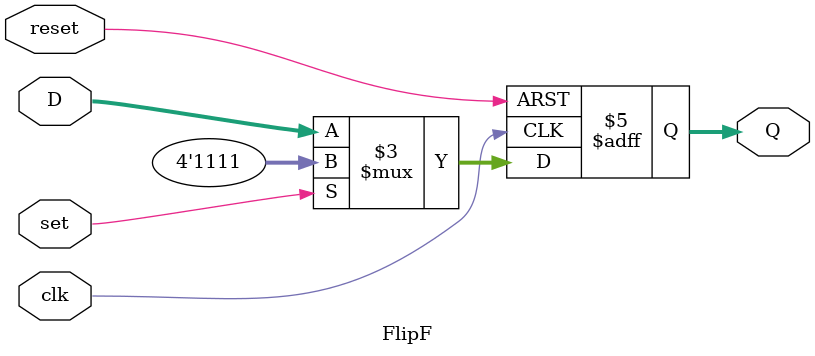
<source format=v>

module FlipF(input wire clk, reset, set,
            input wire [3:0]D,
            output reg [3:0]Q);


always @ (posedge clk or posedge reset)begin
  if (reset) begin
      Q <= 4'b0;

  end
  else if (set) begin
  Q <= 4'b1111;
  end

  else 
      Q <= D;
  end

endmodule

</source>
